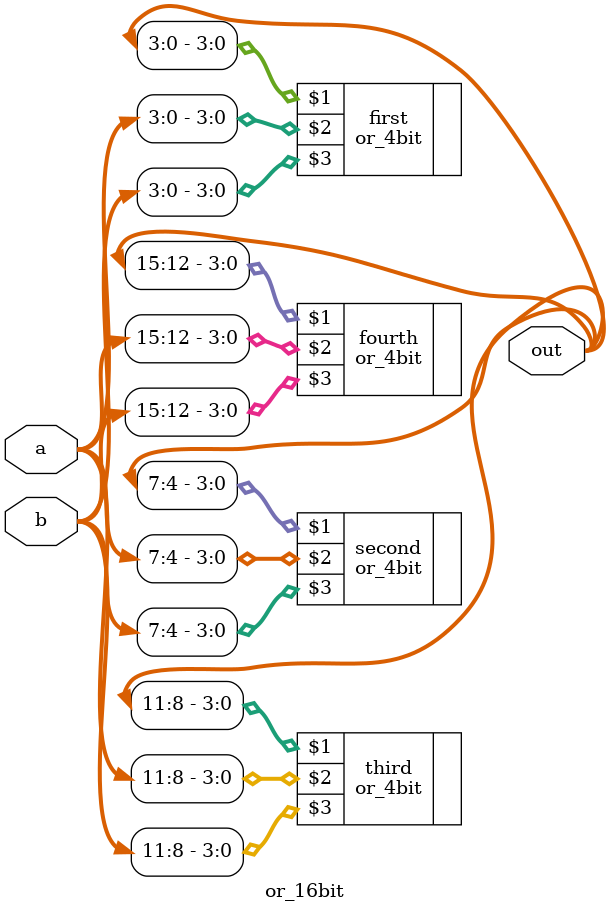
<source format=v>
module or_16bit(output [16:0] out , input [16:0] a , input [16:0] b);
	or_4bit first(out[3:0] , a[3:0] , b[3:0]);
	or_4bit second(out[7:4] , a[7:4] , b[7:4]);
	or_4bit third(out[11:8] , a[11:8] , b[11:8]);
	or_4bit fourth(out[15:12] , a[15:12] , b[15:12]);
endmodule

</source>
